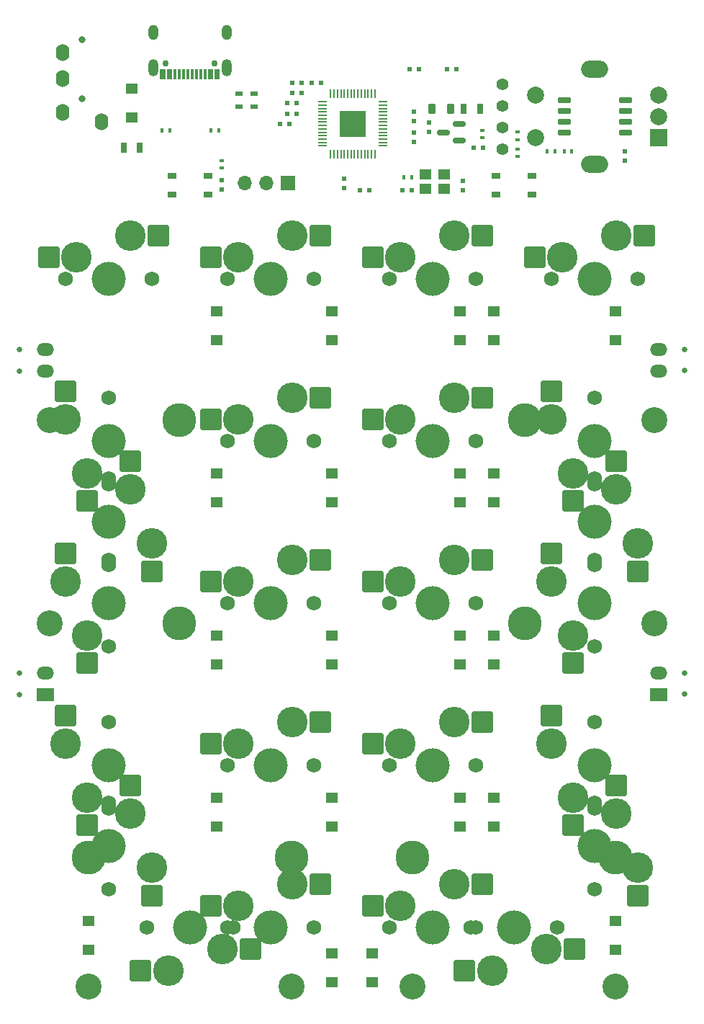
<source format=gbr>
%TF.GenerationSoftware,KiCad,Pcbnew,(6.0.7)*%
%TF.CreationDate,2022-10-13T01:40:36-05:00*%
%TF.ProjectId,Container65,436f6e74-6169-46e6-9572-36352e6b6963,rev?*%
%TF.SameCoordinates,Original*%
%TF.FileFunction,Soldermask,Bot*%
%TF.FilePolarity,Negative*%
%FSLAX46Y46*%
G04 Gerber Fmt 4.6, Leading zero omitted, Abs format (unit mm)*
G04 Created by KiCad (PCBNEW (6.0.7)) date 2022-10-13 01:40:36*
%MOMM*%
%LPD*%
G01*
G04 APERTURE LIST*
G04 Aperture macros list*
%AMRoundRect*
0 Rectangle with rounded corners*
0 $1 Rounding radius*
0 $2 $3 $4 $5 $6 $7 $8 $9 X,Y pos of 4 corners*
0 Add a 4 corners polygon primitive as box body*
4,1,4,$2,$3,$4,$5,$6,$7,$8,$9,$2,$3,0*
0 Add four circle primitives for the rounded corners*
1,1,$1+$1,$2,$3*
1,1,$1+$1,$4,$5*
1,1,$1+$1,$6,$7*
1,1,$1+$1,$8,$9*
0 Add four rect primitives between the rounded corners*
20,1,$1+$1,$2,$3,$4,$5,0*
20,1,$1+$1,$4,$5,$6,$7,0*
20,1,$1+$1,$6,$7,$8,$9,0*
20,1,$1+$1,$8,$9,$2,$3,0*%
G04 Aperture macros list end*
%ADD10RoundRect,0.250000X1.000000X-1.025000X1.000000X1.025000X-1.000000X1.025000X-1.000000X-1.025000X0*%
%ADD11C,1.750000*%
%ADD12C,4.000000*%
%ADD13C,3.600000*%
%ADD14C,3.987800*%
%ADD15C,3.048000*%
%ADD16RoundRect,0.250000X-1.025000X-1.000000X1.025000X-1.000000X1.025000X1.000000X-1.025000X1.000000X0*%
%ADD17RoundRect,0.250000X-1.000000X1.025000X-1.000000X-1.025000X1.000000X-1.025000X1.000000X1.025000X0*%
%ADD18RoundRect,0.250000X1.025000X1.000000X-1.025000X1.000000X-1.025000X-1.000000X1.025000X-1.000000X0*%
%ADD19O,3.200000X2.000000*%
%ADD20R,2.000000X2.000000*%
%ADD21C,2.000000*%
%ADD22C,1.397000*%
%ADD23RoundRect,0.218750X-0.218750X-0.381250X0.218750X-0.381250X0.218750X0.381250X-0.218750X0.381250X0*%
%ADD24R,1.400000X1.200000*%
%ADD25R,0.600000X0.500000*%
%ADD26O,0.650000X0.650000*%
%ADD27R,2.000000X1.500000*%
%ADD28O,2.000000X1.500000*%
%ADD29R,0.700000X1.300000*%
%ADD30R,0.500000X0.600000*%
%ADD31R,0.400000X0.600000*%
%ADD32RoundRect,0.150000X0.587500X0.150000X-0.587500X0.150000X-0.587500X-0.150000X0.587500X-0.150000X0*%
%ADD33RoundRect,0.065000X-0.460000X-0.260000X0.460000X-0.260000X0.460000X0.260000X-0.460000X0.260000X0*%
%ADD34R,0.600000X0.400000*%
%ADD35R,1.100000X0.200000*%
%ADD36R,0.200000X1.100000*%
%ADD37R,3.100000X3.100000*%
%ADD38R,0.900000X0.500000*%
%ADD39R,1.700000X1.700000*%
%ADD40O,1.700000X1.700000*%
%ADD41C,0.800000*%
%ADD42O,1.600000X2.000000*%
%ADD43RoundRect,0.150000X-0.650000X-0.150000X0.650000X-0.150000X0.650000X0.150000X-0.650000X0.150000X0*%
%ADD44C,0.750013*%
%ADD45O,1.200000X1.800000*%
%ADD46O,1.200000X2.000000*%
%ADD47R,0.300000X1.300000*%
G04 APERTURE END LIST*
D10*
%TO.C,MX5*%
X46672500Y-74553750D03*
D11*
X49212500Y-62388750D03*
D10*
X44132500Y-61626750D03*
D11*
X49212500Y-72548750D03*
D12*
X49212500Y-67468750D03*
D13*
X46672500Y-71278750D03*
X44132500Y-64928750D03*
%TD*%
D14*
%TO.C,X3*%
X70675500Y-116393750D03*
D15*
X70675500Y-131603750D03*
X46799500Y-131603750D03*
D14*
X46799500Y-116393750D03*
%TD*%
D16*
%TO.C,MX15*%
X93154500Y-100488750D03*
D11*
X82232500Y-105568750D03*
D16*
X80227500Y-103028750D03*
D11*
X92392500Y-105568750D03*
D12*
X87312500Y-105568750D03*
D13*
X83502500Y-103028750D03*
X89852500Y-100488750D03*
%TD*%
D11*
%TO.C,MX9*%
X49212500Y-81438750D03*
X49212500Y-91598750D03*
D12*
X49212500Y-86518750D03*
D10*
X44132500Y-80676750D03*
X46672500Y-93603750D03*
D13*
X46672500Y-90328750D03*
X44132500Y-83978750D03*
%TD*%
D11*
%TO.C,MX-E-1*%
X49212500Y-71913750D03*
D17*
X51752500Y-69908750D03*
X54292500Y-82835750D03*
D12*
X49212500Y-76993750D03*
D11*
X49212500Y-82073750D03*
D13*
X51752500Y-73183750D03*
X54292500Y-79533750D03*
%TD*%
D15*
%TO.C,X4*%
X108775500Y-131603750D03*
X84899500Y-131603750D03*
D14*
X108775500Y-116393750D03*
X84899500Y-116393750D03*
%TD*%
D16*
%TO.C,MX3*%
X93154500Y-43338750D03*
X80227500Y-45878750D03*
D11*
X92392500Y-48418750D03*
D12*
X87312500Y-48418750D03*
D11*
X82232500Y-48418750D03*
D13*
X83502500Y-45878750D03*
X89852500Y-43338750D03*
%TD*%
D11*
%TO.C,MX6*%
X73342500Y-67468750D03*
X63182500Y-67468750D03*
D12*
X68262500Y-67468750D03*
D16*
X61177500Y-64928750D03*
X74104500Y-62388750D03*
D13*
X64452500Y-64928750D03*
X70802500Y-62388750D03*
%TD*%
D12*
%TO.C,MX2*%
X68262500Y-48418750D03*
D11*
X63182500Y-48418750D03*
X73342500Y-48418750D03*
D16*
X61177500Y-45878750D03*
X74104500Y-43338750D03*
D13*
X64452500Y-45878750D03*
X70802500Y-43338750D03*
%TD*%
D12*
%TO.C,MX-E-4*%
X96837500Y-124618750D03*
D11*
X91757500Y-124618750D03*
D18*
X103922500Y-127158750D03*
D11*
X101917500Y-124618750D03*
D18*
X90995500Y-129698750D03*
D13*
X100647500Y-127158750D03*
X94297500Y-129698750D03*
%TD*%
D15*
%TO.C,X2*%
X113347500Y-65055750D03*
X113347500Y-88931750D03*
D14*
X98137500Y-88931750D03*
X98137500Y-65055750D03*
%TD*%
D17*
%TO.C,MX-E-2*%
X111442500Y-82835750D03*
D11*
X106362500Y-71913750D03*
X106362500Y-82073750D03*
D17*
X108902500Y-69908750D03*
D12*
X106362500Y-76993750D03*
D13*
X108902500Y-73183750D03*
X111442500Y-79533750D03*
%TD*%
D11*
%TO.C,MX14*%
X63182500Y-105568750D03*
D16*
X74104500Y-100488750D03*
D12*
X68262500Y-105568750D03*
D16*
X61177500Y-103028750D03*
D11*
X73342500Y-105568750D03*
D13*
X64452500Y-103028750D03*
X70802500Y-100488750D03*
%TD*%
D12*
%TO.C,MX11*%
X87312500Y-86518750D03*
D16*
X80227500Y-83978750D03*
D11*
X92392500Y-86518750D03*
X82232500Y-86518750D03*
D16*
X93154500Y-81438750D03*
D13*
X83502500Y-83978750D03*
X89852500Y-81438750D03*
%TD*%
D18*
%TO.C,MX17*%
X65822500Y-127158750D03*
D11*
X53657500Y-124618750D03*
D18*
X52895500Y-129698750D03*
D12*
X58737500Y-124618750D03*
D11*
X63817500Y-124618750D03*
D13*
X62547500Y-127158750D03*
X56197500Y-129698750D03*
%TD*%
D11*
%TO.C,MX16*%
X106362500Y-100488750D03*
X106362500Y-110648750D03*
D12*
X106362500Y-105568750D03*
D10*
X103822500Y-112653750D03*
X101282500Y-99726750D03*
D13*
X103822500Y-109378750D03*
X101282500Y-103028750D03*
%TD*%
D15*
%TO.C,X1*%
X42227500Y-65055750D03*
D14*
X57437500Y-65055750D03*
X57437500Y-88931750D03*
D15*
X42227500Y-88931750D03*
%TD*%
D10*
%TO.C,MX12*%
X101282500Y-80676750D03*
D12*
X106362500Y-86518750D03*
D11*
X106362500Y-91598750D03*
D10*
X103822500Y-93603750D03*
D11*
X106362500Y-81438750D03*
D13*
X103822500Y-90328750D03*
X101282500Y-83978750D03*
%TD*%
D12*
%TO.C,MX18*%
X68262500Y-124618750D03*
D16*
X74104500Y-119538750D03*
X61177500Y-122078750D03*
D11*
X73342500Y-124618750D03*
X63182500Y-124618750D03*
D13*
X64452500Y-122078750D03*
X70802500Y-119538750D03*
%TD*%
D16*
%TO.C,MX10*%
X74104500Y-81438750D03*
D11*
X73342500Y-86518750D03*
D12*
X68262500Y-86518750D03*
D11*
X63182500Y-86518750D03*
D16*
X61177500Y-83978750D03*
D13*
X64452500Y-83978750D03*
X70802500Y-81438750D03*
%TD*%
D19*
%TO.C,SW1*%
X106362500Y-34968750D03*
X106362500Y-23768750D03*
D20*
X113862500Y-31868750D03*
D21*
X113862500Y-26868750D03*
X113862500Y-29368750D03*
X99362500Y-26868750D03*
X99362500Y-31868750D03*
%TD*%
D17*
%TO.C,MX20*%
X111442500Y-120935750D03*
X108902500Y-108008750D03*
D12*
X106362500Y-115093750D03*
D11*
X106362500Y-110013750D03*
X106362500Y-120173750D03*
D13*
X108902500Y-111283750D03*
X111442500Y-117633750D03*
%TD*%
D11*
%TO.C,MX8*%
X106362500Y-72548750D03*
D10*
X103822500Y-74553750D03*
X101282500Y-61626750D03*
D12*
X106362500Y-67468750D03*
D11*
X106362500Y-62388750D03*
D13*
X103822500Y-71278750D03*
X101282500Y-64928750D03*
%TD*%
D16*
%TO.C,MX7*%
X93154500Y-62388750D03*
D12*
X87312500Y-67468750D03*
D11*
X82232500Y-67468750D03*
D16*
X80227500Y-64928750D03*
D11*
X92392500Y-67468750D03*
D13*
X83502500Y-64928750D03*
X89852500Y-62388750D03*
%TD*%
D11*
%TO.C,MX19*%
X82232500Y-124618750D03*
X92392500Y-124618750D03*
D12*
X87312500Y-124618750D03*
D16*
X80227500Y-122078750D03*
X93154500Y-119538750D03*
D13*
X83502500Y-122078750D03*
X89852500Y-119538750D03*
%TD*%
D11*
%TO.C,MX4*%
X101282500Y-48418750D03*
X111442500Y-48418750D03*
D16*
X112204500Y-43338750D03*
X99277500Y-45878750D03*
D12*
X106362500Y-48418750D03*
D13*
X102552500Y-45878750D03*
X108902500Y-43338750D03*
%TD*%
D22*
%TO.C,OL1*%
X95517500Y-33178750D03*
X95517500Y-30638750D03*
X95517500Y-28098750D03*
X95517500Y-25558750D03*
%TD*%
D16*
%TO.C,MX1*%
X55054500Y-43338750D03*
D11*
X44132500Y-48418750D03*
X54292500Y-48418750D03*
D16*
X42127500Y-45878750D03*
D12*
X49212500Y-48418750D03*
D13*
X45402500Y-45878750D03*
X51752500Y-43338750D03*
%TD*%
D11*
%TO.C,MX-E-3*%
X49212500Y-110013750D03*
D17*
X54292500Y-120935750D03*
D12*
X49212500Y-115093750D03*
D11*
X49212500Y-120173750D03*
D17*
X51752500Y-108008750D03*
D13*
X51752500Y-111283750D03*
X54292500Y-117633750D03*
%TD*%
D11*
%TO.C,MX13*%
X49212500Y-100488750D03*
X49212500Y-110648750D03*
D12*
X49212500Y-105568750D03*
D10*
X46672500Y-112653750D03*
X44132500Y-99726750D03*
D13*
X46672500Y-109378750D03*
X44132500Y-103028750D03*
%TD*%
D23*
%TO.C,FB1*%
X87225000Y-28425000D03*
X89350000Y-28425000D03*
%TD*%
D24*
%TO.C,D14*%
X75406250Y-112825000D03*
X75406250Y-109425000D03*
%TD*%
D25*
%TO.C,C10*%
X70437500Y-30225000D03*
X69337500Y-30225000D03*
%TD*%
D24*
%TO.C,D4*%
X108743750Y-55675000D03*
X108743750Y-52275000D03*
%TD*%
%TO.C,D8*%
X94456250Y-74725000D03*
X94456250Y-71325000D03*
%TD*%
D26*
%TO.C,J3*%
X38687500Y-97283750D03*
X38687500Y-94783750D03*
D27*
X41687500Y-97283750D03*
D28*
X41687500Y-94743750D03*
%TD*%
D29*
%TO.C,D22*%
X90937500Y-28425000D03*
X92837500Y-28425000D03*
%TD*%
D25*
%TO.C,C15*%
X71237500Y-29025000D03*
X70137500Y-29025000D03*
%TD*%
D30*
%TO.C,C4*%
X86887500Y-31175000D03*
X86887500Y-30075000D03*
%TD*%
D24*
%TO.C,D23*%
X94456250Y-55675000D03*
X94456250Y-52275000D03*
%TD*%
D30*
%TO.C,C17*%
X76887500Y-36675000D03*
X76887500Y-37775000D03*
%TD*%
D24*
%TO.C,D10*%
X75406250Y-93775000D03*
X75406250Y-90375000D03*
%TD*%
%TO.C,D15*%
X90487500Y-112825000D03*
X90487500Y-109425000D03*
%TD*%
%TO.C,D12*%
X94456250Y-93775000D03*
X94456250Y-90375000D03*
%TD*%
%TO.C,D1*%
X61912500Y-55675000D03*
X61912500Y-52275000D03*
%TD*%
%TO.C,D3*%
X90487500Y-55675000D03*
X90487500Y-52275000D03*
%TD*%
D31*
%TO.C,R4*%
X103637500Y-33475000D03*
X102737500Y-33475000D03*
%TD*%
D32*
%TO.C,U3*%
X90425000Y-30275000D03*
X90425000Y-32175000D03*
X88550000Y-31225000D03*
%TD*%
D33*
%TO.C,U5*%
X94754776Y-38499871D03*
X98954776Y-38499871D03*
X94754776Y-36349871D03*
X98954776Y-36349871D03*
%TD*%
D34*
%TO.C,R9*%
X93087500Y-31875000D03*
X93087500Y-30975000D03*
%TD*%
%TO.C,R11*%
X97287500Y-33175000D03*
X97287500Y-34075000D03*
%TD*%
D35*
%TO.C,U1*%
X81437665Y-27624924D03*
X81437665Y-28024975D03*
X81437665Y-28425025D03*
X81437665Y-28825076D03*
X81437665Y-29224873D03*
X81437665Y-29624924D03*
X81437665Y-30024975D03*
X81437665Y-30425025D03*
X81437665Y-30825076D03*
X81437665Y-31224873D03*
X81437665Y-31624924D03*
X81437665Y-32024975D03*
X81437665Y-32425025D03*
X81437665Y-32825076D03*
D36*
X80487449Y-33775038D03*
X80087652Y-33775038D03*
X79687602Y-33775038D03*
X79287551Y-33775038D03*
X78887500Y-33775038D03*
X78487449Y-33775038D03*
X78087652Y-33775038D03*
X77687602Y-33775038D03*
X77287551Y-33775038D03*
X76887500Y-33775038D03*
X76487449Y-33775038D03*
X76087652Y-33775038D03*
X75687602Y-33775038D03*
X75287551Y-33775038D03*
D35*
X74337335Y-32825076D03*
X74337335Y-32425025D03*
X74337335Y-32024975D03*
X74337335Y-31624924D03*
X74337335Y-31224873D03*
X74337335Y-30825076D03*
X74337335Y-30425025D03*
X74337335Y-30024975D03*
X74337335Y-29624924D03*
X74337335Y-29224873D03*
X74337335Y-28825076D03*
X74337335Y-28425025D03*
X74337335Y-28024975D03*
X74337335Y-27624924D03*
D36*
X75287551Y-26674962D03*
X75687602Y-26674962D03*
X76087652Y-26674962D03*
X76487449Y-26674962D03*
X76887500Y-26674962D03*
X77287551Y-26674962D03*
X77687602Y-26674962D03*
X78087652Y-26674962D03*
X78487449Y-26674962D03*
X78887500Y-26674962D03*
X79287551Y-26674962D03*
X79687602Y-26674962D03*
X80087652Y-26674962D03*
X80487449Y-26674962D03*
D37*
X77887500Y-30224873D03*
%TD*%
D31*
%TO.C,R7*%
X56337500Y-31025000D03*
X55437500Y-31025000D03*
%TD*%
D24*
%TO.C,D21*%
X51887500Y-29500000D03*
X51887500Y-26100000D03*
%TD*%
%TO.C,D17*%
X46831250Y-127300000D03*
X46831250Y-123900000D03*
%TD*%
%TO.C,D18*%
X75406250Y-131081250D03*
X75406250Y-127681250D03*
%TD*%
%TO.C,D9*%
X61912500Y-93775000D03*
X61912500Y-90375000D03*
%TD*%
%TO.C,D20*%
X108743750Y-127300000D03*
X108743750Y-123900000D03*
%TD*%
D30*
%TO.C,C13*%
X85087500Y-29918750D03*
X85087500Y-28818750D03*
%TD*%
D24*
%TO.C,D5*%
X61912500Y-74725000D03*
X61912500Y-71325000D03*
%TD*%
D25*
%TO.C,C8*%
X71837500Y-25425000D03*
X70737500Y-25425000D03*
%TD*%
D26*
%TO.C,J6*%
X116887500Y-59212500D03*
X116887500Y-56712500D03*
D28*
X113887500Y-59252500D03*
X113887500Y-56712500D03*
%TD*%
D25*
%TO.C,C2*%
X74137500Y-25425000D03*
X73037500Y-25425000D03*
%TD*%
D29*
%TO.C,F1*%
X50937500Y-33025000D03*
X52837500Y-33025000D03*
%TD*%
D31*
%TO.C,R3*%
X84787500Y-36500000D03*
X83887500Y-36500000D03*
%TD*%
%TO.C,R5*%
X101637500Y-33475000D03*
X100737500Y-33475000D03*
%TD*%
D25*
%TO.C,C7*%
X83687500Y-38000000D03*
X84787500Y-38000000D03*
%TD*%
D38*
%TO.C,R1*%
X64487500Y-26675000D03*
X64487500Y-28175000D03*
%TD*%
D34*
%TO.C,R10*%
X97287500Y-32075000D03*
X97287500Y-31175000D03*
%TD*%
D25*
%TO.C,C16*%
X84537500Y-23825000D03*
X85637500Y-23825000D03*
%TD*%
D24*
%TO.C,D6*%
X75406250Y-74725000D03*
X75406250Y-71325000D03*
%TD*%
D34*
%TO.C,R8*%
X62487500Y-35450000D03*
X62487500Y-34550000D03*
%TD*%
D24*
%TO.C,D11*%
X90487500Y-93775000D03*
X90487500Y-90375000D03*
%TD*%
%TO.C,D13*%
X61912500Y-112825000D03*
X61912500Y-109425000D03*
%TD*%
D30*
%TO.C,C6*%
X90837500Y-38050000D03*
X90837500Y-36950000D03*
%TD*%
D24*
%TO.C,D19*%
X80168750Y-131081250D03*
X80168750Y-127681250D03*
%TD*%
D30*
%TO.C,C12*%
X85087500Y-32375000D03*
X85087500Y-31275000D03*
%TD*%
D25*
%TO.C,C5*%
X93237500Y-33025000D03*
X92137500Y-33025000D03*
%TD*%
D39*
%TO.C,J1*%
X70287500Y-37200000D03*
D40*
X67747500Y-37200000D03*
X65207500Y-37200000D03*
%TD*%
D24*
%TO.C,Y1*%
X88637500Y-37850000D03*
X86437500Y-37850000D03*
X86437500Y-36150000D03*
X88637500Y-36150000D03*
%TD*%
%TO.C,D2*%
X75406250Y-55675000D03*
X75406250Y-52275000D03*
%TD*%
D33*
%TO.C,U6*%
X56654776Y-38499871D03*
X60854776Y-38499871D03*
X56654776Y-36349871D03*
X60854776Y-36349871D03*
%TD*%
D38*
%TO.C,R2*%
X66287500Y-26675000D03*
X66287500Y-28175000D03*
%TD*%
D24*
%TO.C,D16*%
X94456250Y-112825000D03*
X94456250Y-109425000D03*
%TD*%
D26*
%TO.C,J4*%
X38687500Y-56752500D03*
X38687500Y-59252500D03*
D28*
X41687500Y-59252500D03*
X41687500Y-56712500D03*
%TD*%
D25*
%TO.C,C11*%
X78737500Y-38000000D03*
X79837500Y-38000000D03*
%TD*%
D30*
%TO.C,C18*%
X62487500Y-36850000D03*
X62487500Y-37950000D03*
%TD*%
D41*
%TO.C,U7*%
X46037500Y-27300000D03*
X46037500Y-20300000D03*
D42*
X48337500Y-30000000D03*
X43737500Y-28900000D03*
X43737500Y-24900000D03*
X43737500Y-21900000D03*
%TD*%
D24*
%TO.C,D7*%
X90487500Y-74725000D03*
X90487500Y-71325000D03*
%TD*%
D25*
%TO.C,C14*%
X90037500Y-23825000D03*
X88937500Y-23825000D03*
%TD*%
%TO.C,C9*%
X71237500Y-27825000D03*
X70137500Y-27825000D03*
%TD*%
D31*
%TO.C,R6*%
X61237500Y-31025000D03*
X62137500Y-31025000D03*
%TD*%
D26*
%TO.C,J5*%
X116887500Y-94753750D03*
X116887500Y-97253750D03*
D27*
X113887500Y-97293750D03*
D28*
X113887500Y-94753750D03*
%TD*%
D43*
%TO.C,U4*%
X102762500Y-31273750D03*
X102762500Y-30003750D03*
X102762500Y-28733750D03*
X102762500Y-27463750D03*
X109962500Y-27463750D03*
X109962500Y-28733750D03*
X109962500Y-30003750D03*
X109962500Y-31273750D03*
%TD*%
D25*
%TO.C,C1*%
X71837500Y-26625000D03*
X70737500Y-26625000D03*
%TD*%
D44*
%TO.C,U2*%
X55836560Y-23153134D03*
X61636408Y-23153134D03*
D45*
X54411363Y-19453362D03*
D46*
X63061605Y-23653261D03*
X54411363Y-23653261D03*
D45*
X63061605Y-19453362D03*
D47*
X55386471Y-24421587D03*
X56186573Y-24421587D03*
X57486547Y-24421587D03*
X58486547Y-24421587D03*
X58986420Y-24421587D03*
X59986166Y-24421587D03*
X61286649Y-24421587D03*
X62086497Y-24421587D03*
X61786522Y-24421587D03*
X60986420Y-24421587D03*
X60486547Y-24421587D03*
X59486547Y-24421587D03*
X57986420Y-24421587D03*
X56986420Y-24421587D03*
X56486547Y-24421587D03*
X55686446Y-24421587D03*
%TD*%
D30*
%TO.C,C3*%
X109887500Y-33475000D03*
X109887500Y-34575000D03*
%TD*%
M02*

</source>
